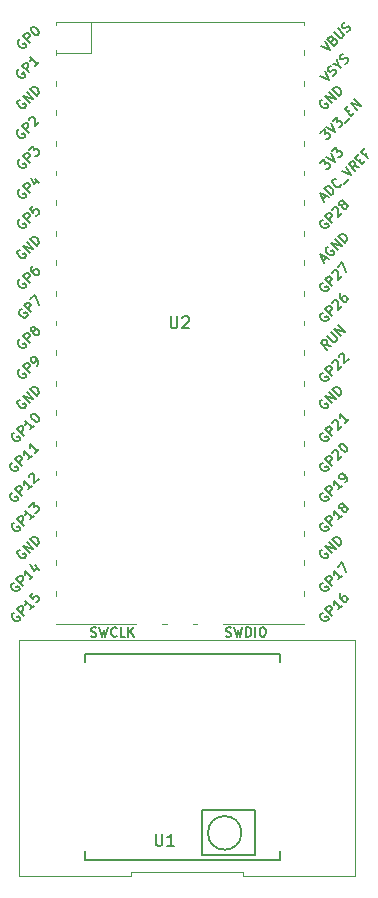
<source format=gbr>
%TF.GenerationSoftware,KiCad,Pcbnew,6.0.2+dfsg-1*%
%TF.CreationDate,2022-09-03T15:09:50+02:00*%
%TF.ProjectId,LoRa_thing,4c6f5261-5f74-4686-996e-672e6b696361,rev?*%
%TF.SameCoordinates,Original*%
%TF.FileFunction,Legend,Top*%
%TF.FilePolarity,Positive*%
%FSLAX46Y46*%
G04 Gerber Fmt 4.6, Leading zero omitted, Abs format (unit mm)*
G04 Created by KiCad (PCBNEW 6.0.2+dfsg-1) date 2022-09-03 15:09:50*
%MOMM*%
%LPD*%
G01*
G04 APERTURE LIST*
%ADD10C,0.150000*%
%ADD11C,0.120000*%
G04 APERTURE END LIST*
D10*
X125879903Y-133350000D02*
G75*
G03*
X125879903Y-133350000I-1419903J0D01*
G01*
X127000000Y-135255000D02*
X122555000Y-135255000D01*
X122555000Y-135255000D02*
X122555000Y-131445000D01*
X122555000Y-131445000D02*
X127000000Y-131445000D01*
X127000000Y-131445000D02*
X127000000Y-135255000D01*
%TO.C,U2*%
X119888095Y-89622380D02*
X119888095Y-90431904D01*
X119935714Y-90527142D01*
X119983333Y-90574761D01*
X120078571Y-90622380D01*
X120269047Y-90622380D01*
X120364285Y-90574761D01*
X120411904Y-90527142D01*
X120459523Y-90431904D01*
X120459523Y-89622380D01*
X120888095Y-89717619D02*
X120935714Y-89670000D01*
X121030952Y-89622380D01*
X121269047Y-89622380D01*
X121364285Y-89670000D01*
X121411904Y-89717619D01*
X121459523Y-89812857D01*
X121459523Y-89908095D01*
X121411904Y-90050952D01*
X120840476Y-90622380D01*
X121459523Y-90622380D01*
X106493722Y-101990592D02*
X106412910Y-102017529D01*
X106332097Y-102098341D01*
X106278223Y-102206091D01*
X106278223Y-102313841D01*
X106305160Y-102394653D01*
X106385972Y-102529340D01*
X106466784Y-102610152D01*
X106601471Y-102690964D01*
X106682284Y-102717902D01*
X106790033Y-102717902D01*
X106897783Y-102664027D01*
X106951658Y-102610152D01*
X107005532Y-102502402D01*
X107005532Y-102448528D01*
X106816971Y-102259966D01*
X106709221Y-102367715D01*
X107301844Y-102259966D02*
X106736158Y-101694280D01*
X106951658Y-101478781D01*
X107032470Y-101451844D01*
X107086345Y-101451844D01*
X107167157Y-101478781D01*
X107247969Y-101559593D01*
X107274906Y-101640406D01*
X107274906Y-101694280D01*
X107247969Y-101775093D01*
X107032470Y-101990592D01*
X108163841Y-101397969D02*
X107840592Y-101721218D01*
X108002216Y-101559593D02*
X107436531Y-100993908D01*
X107463468Y-101128595D01*
X107463468Y-101236345D01*
X107436531Y-101317157D01*
X108702589Y-100859221D02*
X108379340Y-101182470D01*
X108540964Y-101020845D02*
X107975279Y-100455160D01*
X108002216Y-100589847D01*
X108002216Y-100697597D01*
X107975279Y-100778409D01*
X132801597Y-84910964D02*
X133070971Y-84641590D01*
X132909346Y-85126463D02*
X132532223Y-84372216D01*
X133286470Y-84749340D01*
X133232595Y-83725719D02*
X133151783Y-83752656D01*
X133070971Y-83833468D01*
X133017096Y-83941218D01*
X133017096Y-84048967D01*
X133044033Y-84129780D01*
X133124845Y-84264467D01*
X133205658Y-84345279D01*
X133340345Y-84426091D01*
X133421157Y-84453028D01*
X133528906Y-84453028D01*
X133636656Y-84399154D01*
X133690531Y-84345279D01*
X133744406Y-84237529D01*
X133744406Y-84183654D01*
X133555844Y-83995093D01*
X133448094Y-84102842D01*
X134040717Y-83995093D02*
X133475032Y-83429407D01*
X134363966Y-83671844D01*
X133798280Y-83106158D01*
X134633340Y-83402470D02*
X134067654Y-82836784D01*
X134202341Y-82702097D01*
X134310091Y-82648223D01*
X134417841Y-82648223D01*
X134498653Y-82675160D01*
X134633340Y-82755972D01*
X134714152Y-82836784D01*
X134794964Y-82971471D01*
X134821902Y-83052284D01*
X134821902Y-83160033D01*
X134768027Y-83267783D01*
X134633340Y-83402470D01*
X132736158Y-109368155D02*
X132655346Y-109395093D01*
X132574534Y-109475905D01*
X132520659Y-109583654D01*
X132520659Y-109691404D01*
X132547597Y-109772216D01*
X132628409Y-109906903D01*
X132709221Y-109987715D01*
X132843908Y-110068528D01*
X132924720Y-110095465D01*
X133032470Y-110095465D01*
X133140219Y-110041590D01*
X133194094Y-109987715D01*
X133247969Y-109879966D01*
X133247969Y-109826091D01*
X133059407Y-109637529D01*
X132951658Y-109745279D01*
X133544280Y-109637529D02*
X132978595Y-109071844D01*
X133867529Y-109314280D01*
X133301844Y-108748595D01*
X134136903Y-109044906D02*
X133571218Y-108479221D01*
X133705905Y-108344534D01*
X133813654Y-108290659D01*
X133921404Y-108290659D01*
X134002216Y-108317597D01*
X134136903Y-108398409D01*
X134217715Y-108479221D01*
X134298528Y-108613908D01*
X134325465Y-108694720D01*
X134325465Y-108802470D01*
X134271590Y-108910219D01*
X134136903Y-109044906D01*
X132603129Y-66697309D02*
X133357377Y-67074433D01*
X132980253Y-66320186D01*
X133626751Y-66212436D02*
X133734500Y-66158561D01*
X133788375Y-66158561D01*
X133869187Y-66185499D01*
X133949999Y-66266311D01*
X133976937Y-66347123D01*
X133976937Y-66400998D01*
X133950000Y-66481810D01*
X133734500Y-66697309D01*
X133168815Y-66131624D01*
X133357377Y-65943062D01*
X133438189Y-65916125D01*
X133492064Y-65916125D01*
X133572876Y-65943062D01*
X133626751Y-65996937D01*
X133653688Y-66077749D01*
X133653688Y-66131624D01*
X133626751Y-66212436D01*
X133438189Y-66400998D01*
X133734500Y-65565938D02*
X134192436Y-66023874D01*
X134273248Y-66050812D01*
X134327123Y-66050812D01*
X134407935Y-66023874D01*
X134515685Y-65916125D01*
X134542622Y-65835312D01*
X134542622Y-65781438D01*
X134515685Y-65700625D01*
X134057749Y-65242690D01*
X134838934Y-65539001D02*
X134946683Y-65485126D01*
X135081370Y-65350439D01*
X135108308Y-65269627D01*
X135108308Y-65215752D01*
X135081370Y-65134940D01*
X135027496Y-65081065D01*
X134946683Y-65054128D01*
X134892809Y-65054128D01*
X134811996Y-65081065D01*
X134677309Y-65161877D01*
X134596497Y-65188815D01*
X134542622Y-65188815D01*
X134461810Y-65161877D01*
X134407935Y-65108003D01*
X134380998Y-65027190D01*
X134380998Y-64973316D01*
X134407935Y-64892503D01*
X134542622Y-64757816D01*
X134650372Y-64703942D01*
X132736158Y-71268155D02*
X132655346Y-71295093D01*
X132574534Y-71375905D01*
X132520659Y-71483654D01*
X132520659Y-71591404D01*
X132547597Y-71672216D01*
X132628409Y-71806903D01*
X132709221Y-71887715D01*
X132843908Y-71968528D01*
X132924720Y-71995465D01*
X133032470Y-71995465D01*
X133140219Y-71941590D01*
X133194094Y-71887715D01*
X133247969Y-71779966D01*
X133247969Y-71726091D01*
X133059407Y-71537529D01*
X132951658Y-71645279D01*
X133544280Y-71537529D02*
X132978595Y-70971844D01*
X133867529Y-71214280D01*
X133301844Y-70648595D01*
X134136903Y-70944906D02*
X133571218Y-70379221D01*
X133705905Y-70244534D01*
X133813654Y-70190659D01*
X133921404Y-70190659D01*
X134002216Y-70217597D01*
X134136903Y-70298409D01*
X134217715Y-70379221D01*
X134298528Y-70513908D01*
X134325465Y-70594720D01*
X134325465Y-70702470D01*
X134271590Y-70810219D01*
X134136903Y-70944906D01*
X106639722Y-107070592D02*
X106558910Y-107097529D01*
X106478097Y-107178341D01*
X106424223Y-107286091D01*
X106424223Y-107393841D01*
X106451160Y-107474653D01*
X106531972Y-107609340D01*
X106612784Y-107690152D01*
X106747471Y-107770964D01*
X106828284Y-107797902D01*
X106936033Y-107797902D01*
X107043783Y-107744027D01*
X107097658Y-107690152D01*
X107151532Y-107582402D01*
X107151532Y-107528528D01*
X106962971Y-107339966D01*
X106855221Y-107447715D01*
X107447844Y-107339966D02*
X106882158Y-106774280D01*
X107097658Y-106558781D01*
X107178470Y-106531844D01*
X107232345Y-106531844D01*
X107313157Y-106558781D01*
X107393969Y-106639593D01*
X107420906Y-106720406D01*
X107420906Y-106774280D01*
X107393969Y-106855093D01*
X107178470Y-107070592D01*
X108309841Y-106477969D02*
X107986592Y-106801218D01*
X108148216Y-106639593D02*
X107582531Y-106073908D01*
X107609468Y-106208595D01*
X107609468Y-106316345D01*
X107582531Y-106397157D01*
X107932717Y-105723722D02*
X108282903Y-105373536D01*
X108309841Y-105777597D01*
X108390653Y-105696784D01*
X108471465Y-105669847D01*
X108525340Y-105669847D01*
X108606152Y-105696784D01*
X108740839Y-105831471D01*
X108767776Y-105912284D01*
X108767776Y-105966158D01*
X108740839Y-106046971D01*
X108579215Y-106208595D01*
X108498402Y-106235532D01*
X108444528Y-106235532D01*
X132804788Y-79703773D02*
X133074162Y-79434399D01*
X132912537Y-79919272D02*
X132535414Y-79165025D01*
X133289661Y-79542149D01*
X133478223Y-79353587D02*
X132912537Y-78787902D01*
X133047224Y-78653215D01*
X133154974Y-78599340D01*
X133262723Y-78599340D01*
X133343536Y-78626277D01*
X133478223Y-78707089D01*
X133559035Y-78787902D01*
X133639847Y-78922589D01*
X133666784Y-79003401D01*
X133666784Y-79111150D01*
X133612910Y-79218900D01*
X133478223Y-79353587D01*
X134313282Y-78410778D02*
X134313282Y-78464653D01*
X134259407Y-78572402D01*
X134205532Y-78626277D01*
X134097783Y-78680152D01*
X133990033Y-78680152D01*
X133909221Y-78653215D01*
X133774534Y-78572402D01*
X133693722Y-78491590D01*
X133612910Y-78356903D01*
X133585972Y-78276091D01*
X133585972Y-78168341D01*
X133639847Y-78060592D01*
X133693722Y-78006717D01*
X133801471Y-77952842D01*
X133855346Y-77952842D01*
X134528781Y-78410778D02*
X134959780Y-77979780D01*
X134394094Y-77306345D02*
X135148341Y-77683468D01*
X134771218Y-76929221D01*
X135848714Y-76983096D02*
X135390778Y-76902284D01*
X135525465Y-77306345D02*
X134959780Y-76740659D01*
X135175279Y-76525160D01*
X135256091Y-76498223D01*
X135309966Y-76498223D01*
X135390778Y-76525160D01*
X135471590Y-76605972D01*
X135498528Y-76686784D01*
X135498528Y-76740659D01*
X135471590Y-76821471D01*
X135256091Y-77036971D01*
X135794839Y-76444348D02*
X135983401Y-76255786D01*
X136360524Y-76471285D02*
X136091150Y-76740659D01*
X135525465Y-76174974D01*
X135794839Y-75905600D01*
X136495211Y-75743975D02*
X136306650Y-75932537D01*
X136602961Y-76228849D02*
X136037276Y-75663163D01*
X136306650Y-75393789D01*
X107163096Y-78861218D02*
X107082284Y-78888155D01*
X107001471Y-78968967D01*
X106947597Y-79076717D01*
X106947597Y-79184467D01*
X106974534Y-79265279D01*
X107055346Y-79399966D01*
X107136158Y-79480778D01*
X107270845Y-79561590D01*
X107351658Y-79588528D01*
X107459407Y-79588528D01*
X107567157Y-79534653D01*
X107621032Y-79480778D01*
X107674906Y-79373028D01*
X107674906Y-79319154D01*
X107486345Y-79130592D01*
X107378595Y-79238341D01*
X107971218Y-79130592D02*
X107405532Y-78564906D01*
X107621032Y-78349407D01*
X107701844Y-78322470D01*
X107755719Y-78322470D01*
X107836531Y-78349407D01*
X107917343Y-78430219D01*
X107944280Y-78511032D01*
X107944280Y-78564906D01*
X107917343Y-78645719D01*
X107701844Y-78861218D01*
X108402216Y-77945346D02*
X108779340Y-78322470D01*
X108052030Y-77864534D02*
X108321404Y-78403282D01*
X108671590Y-78053096D01*
X107263096Y-88991218D02*
X107182284Y-89018155D01*
X107101471Y-89098967D01*
X107047597Y-89206717D01*
X107047597Y-89314467D01*
X107074534Y-89395279D01*
X107155346Y-89529966D01*
X107236158Y-89610778D01*
X107370845Y-89691590D01*
X107451658Y-89718528D01*
X107559407Y-89718528D01*
X107667157Y-89664653D01*
X107721032Y-89610778D01*
X107774906Y-89503028D01*
X107774906Y-89449154D01*
X107586345Y-89260592D01*
X107478595Y-89368341D01*
X108071218Y-89260592D02*
X107505532Y-88694906D01*
X107721032Y-88479407D01*
X107801844Y-88452470D01*
X107855719Y-88452470D01*
X107936531Y-88479407D01*
X108017343Y-88560219D01*
X108044280Y-88641032D01*
X108044280Y-88694906D01*
X108017343Y-88775719D01*
X107801844Y-88991218D01*
X108017343Y-88183096D02*
X108394467Y-87805972D01*
X108717715Y-88614094D01*
X106639722Y-114690592D02*
X106558910Y-114717529D01*
X106478097Y-114798341D01*
X106424223Y-114906091D01*
X106424223Y-115013841D01*
X106451160Y-115094653D01*
X106531972Y-115229340D01*
X106612784Y-115310152D01*
X106747471Y-115390964D01*
X106828284Y-115417902D01*
X106936033Y-115417902D01*
X107043783Y-115364027D01*
X107097658Y-115310152D01*
X107151532Y-115202402D01*
X107151532Y-115148528D01*
X106962971Y-114959966D01*
X106855221Y-115067715D01*
X107447844Y-114959966D02*
X106882158Y-114394280D01*
X107097658Y-114178781D01*
X107178470Y-114151844D01*
X107232345Y-114151844D01*
X107313157Y-114178781D01*
X107393969Y-114259593D01*
X107420906Y-114340406D01*
X107420906Y-114394280D01*
X107393969Y-114475093D01*
X107178470Y-114690592D01*
X108309841Y-114097969D02*
X107986592Y-114421218D01*
X108148216Y-114259593D02*
X107582531Y-113693908D01*
X107609468Y-113828595D01*
X107609468Y-113936345D01*
X107582531Y-114017157D01*
X108255966Y-113020473D02*
X107986592Y-113289847D01*
X108229028Y-113586158D01*
X108229028Y-113532284D01*
X108255966Y-113451471D01*
X108390653Y-113316784D01*
X108471465Y-113289847D01*
X108525340Y-113289847D01*
X108606152Y-113316784D01*
X108740839Y-113451471D01*
X108767776Y-113532284D01*
X108767776Y-113586158D01*
X108740839Y-113666971D01*
X108606152Y-113801658D01*
X108525340Y-113828595D01*
X108471465Y-113828595D01*
X132747722Y-112150592D02*
X132666910Y-112177529D01*
X132586097Y-112258341D01*
X132532223Y-112366091D01*
X132532223Y-112473841D01*
X132559160Y-112554653D01*
X132639972Y-112689340D01*
X132720784Y-112770152D01*
X132855471Y-112850964D01*
X132936284Y-112877902D01*
X133044033Y-112877902D01*
X133151783Y-112824027D01*
X133205658Y-112770152D01*
X133259532Y-112662402D01*
X133259532Y-112608528D01*
X133070971Y-112419966D01*
X132963221Y-112527715D01*
X133555844Y-112419966D02*
X132990158Y-111854280D01*
X133205658Y-111638781D01*
X133286470Y-111611844D01*
X133340345Y-111611844D01*
X133421157Y-111638781D01*
X133501969Y-111719593D01*
X133528906Y-111800406D01*
X133528906Y-111854280D01*
X133501969Y-111935093D01*
X133286470Y-112150592D01*
X134417841Y-111557969D02*
X134094592Y-111881218D01*
X134256216Y-111719593D02*
X133690531Y-111153908D01*
X133717468Y-111288595D01*
X133717468Y-111396345D01*
X133690531Y-111477157D01*
X134040717Y-110803722D02*
X134417841Y-110426598D01*
X134741089Y-111234720D01*
X132747722Y-89290592D02*
X132666910Y-89317529D01*
X132586097Y-89398341D01*
X132532223Y-89506091D01*
X132532223Y-89613841D01*
X132559160Y-89694653D01*
X132639972Y-89829340D01*
X132720784Y-89910152D01*
X132855471Y-89990964D01*
X132936284Y-90017902D01*
X133044033Y-90017902D01*
X133151783Y-89964027D01*
X133205658Y-89910152D01*
X133259532Y-89802402D01*
X133259532Y-89748528D01*
X133070971Y-89559966D01*
X132963221Y-89667715D01*
X133555844Y-89559966D02*
X132990158Y-88994280D01*
X133205658Y-88778781D01*
X133286470Y-88751844D01*
X133340345Y-88751844D01*
X133421157Y-88778781D01*
X133501969Y-88859593D01*
X133528906Y-88940406D01*
X133528906Y-88994280D01*
X133501969Y-89075093D01*
X133286470Y-89290592D01*
X133582781Y-88509407D02*
X133582781Y-88455532D01*
X133609719Y-88374720D01*
X133744406Y-88240033D01*
X133825218Y-88213096D01*
X133879093Y-88213096D01*
X133959905Y-88240033D01*
X134013780Y-88293908D01*
X134067654Y-88401658D01*
X134067654Y-89048155D01*
X134417841Y-88697969D01*
X134337028Y-87647410D02*
X134229279Y-87755160D01*
X134202341Y-87835972D01*
X134202341Y-87889847D01*
X134229279Y-88024534D01*
X134310091Y-88159221D01*
X134525590Y-88374720D01*
X134606402Y-88401658D01*
X134660277Y-88401658D01*
X134741089Y-88374720D01*
X134848839Y-88266971D01*
X134875776Y-88186158D01*
X134875776Y-88132284D01*
X134848839Y-88051471D01*
X134714152Y-87916784D01*
X134633340Y-87889847D01*
X134579465Y-87889847D01*
X134498653Y-87916784D01*
X134390903Y-88024534D01*
X134363966Y-88105346D01*
X134363966Y-88159221D01*
X134390903Y-88240033D01*
X113140476Y-116693809D02*
X113254761Y-116731904D01*
X113445238Y-116731904D01*
X113521428Y-116693809D01*
X113559523Y-116655714D01*
X113597619Y-116579523D01*
X113597619Y-116503333D01*
X113559523Y-116427142D01*
X113521428Y-116389047D01*
X113445238Y-116350952D01*
X113292857Y-116312857D01*
X113216666Y-116274761D01*
X113178571Y-116236666D01*
X113140476Y-116160476D01*
X113140476Y-116084285D01*
X113178571Y-116008095D01*
X113216666Y-115970000D01*
X113292857Y-115931904D01*
X113483333Y-115931904D01*
X113597619Y-115970000D01*
X113864285Y-115931904D02*
X114054761Y-116731904D01*
X114207142Y-116160476D01*
X114359523Y-116731904D01*
X114550000Y-115931904D01*
X115311904Y-116655714D02*
X115273809Y-116693809D01*
X115159523Y-116731904D01*
X115083333Y-116731904D01*
X114969047Y-116693809D01*
X114892857Y-116617619D01*
X114854761Y-116541428D01*
X114816666Y-116389047D01*
X114816666Y-116274761D01*
X114854761Y-116122380D01*
X114892857Y-116046190D01*
X114969047Y-115970000D01*
X115083333Y-115931904D01*
X115159523Y-115931904D01*
X115273809Y-115970000D01*
X115311904Y-116008095D01*
X116035714Y-116731904D02*
X115654761Y-116731904D01*
X115654761Y-115931904D01*
X116302380Y-116731904D02*
X116302380Y-115931904D01*
X116759523Y-116731904D02*
X116416666Y-116274761D01*
X116759523Y-115931904D02*
X116302380Y-116389047D01*
X132572131Y-74128308D02*
X132922317Y-73778122D01*
X132949255Y-74182183D01*
X133030067Y-74101370D01*
X133110879Y-74074433D01*
X133164754Y-74074433D01*
X133245566Y-74101370D01*
X133380253Y-74236057D01*
X133407190Y-74316870D01*
X133407190Y-74370744D01*
X133380253Y-74451557D01*
X133218629Y-74613181D01*
X133137816Y-74640118D01*
X133083942Y-74640118D01*
X133083942Y-73616497D02*
X133838189Y-73993621D01*
X133461065Y-73239374D01*
X133595752Y-73104687D02*
X133945938Y-72754500D01*
X133972876Y-73158561D01*
X134053688Y-73077749D01*
X134134500Y-73050812D01*
X134188375Y-73050812D01*
X134269187Y-73077749D01*
X134403874Y-73212436D01*
X134430812Y-73293248D01*
X134430812Y-73347123D01*
X134403874Y-73427935D01*
X134242250Y-73589560D01*
X134161438Y-73616497D01*
X134107563Y-73616497D01*
X134673248Y-73266311D02*
X135104247Y-72835312D01*
X134888748Y-72350439D02*
X135077309Y-72161877D01*
X135454433Y-72377377D02*
X135185059Y-72646751D01*
X134619374Y-72081065D01*
X134888748Y-71811691D01*
X135696870Y-72134940D02*
X135131184Y-71569255D01*
X136020118Y-71811691D01*
X135454433Y-71246006D01*
X132539847Y-76660592D02*
X132890033Y-76310406D01*
X132916971Y-76714467D01*
X132997783Y-76633654D01*
X133078595Y-76606717D01*
X133132470Y-76606717D01*
X133213282Y-76633654D01*
X133347969Y-76768341D01*
X133374906Y-76849154D01*
X133374906Y-76903028D01*
X133347969Y-76983841D01*
X133186345Y-77145465D01*
X133105532Y-77172402D01*
X133051658Y-77172402D01*
X133051658Y-76148781D02*
X133805905Y-76525905D01*
X133428781Y-75771658D01*
X133563468Y-75636971D02*
X133913654Y-75286784D01*
X133940592Y-75690845D01*
X134021404Y-75610033D01*
X134102216Y-75583096D01*
X134156091Y-75583096D01*
X134236903Y-75610033D01*
X134371590Y-75744720D01*
X134398528Y-75825532D01*
X134398528Y-75879407D01*
X134371590Y-75960219D01*
X134209966Y-76121844D01*
X134129154Y-76148781D01*
X134075279Y-76148781D01*
X107163096Y-91561218D02*
X107082284Y-91588155D01*
X107001471Y-91668967D01*
X106947597Y-91776717D01*
X106947597Y-91884467D01*
X106974534Y-91965279D01*
X107055346Y-92099966D01*
X107136158Y-92180778D01*
X107270845Y-92261590D01*
X107351658Y-92288528D01*
X107459407Y-92288528D01*
X107567157Y-92234653D01*
X107621032Y-92180778D01*
X107674906Y-92073028D01*
X107674906Y-92019154D01*
X107486345Y-91830592D01*
X107378595Y-91938341D01*
X107971218Y-91830592D02*
X107405532Y-91264906D01*
X107621032Y-91049407D01*
X107701844Y-91022470D01*
X107755719Y-91022470D01*
X107836531Y-91049407D01*
X107917343Y-91130219D01*
X107944280Y-91211032D01*
X107944280Y-91264906D01*
X107917343Y-91345719D01*
X107701844Y-91561218D01*
X108294467Y-90860845D02*
X108213654Y-90887783D01*
X108159780Y-90887783D01*
X108078967Y-90860845D01*
X108052030Y-90833908D01*
X108025093Y-90753096D01*
X108025093Y-90699221D01*
X108052030Y-90618409D01*
X108159780Y-90510659D01*
X108240592Y-90483722D01*
X108294467Y-90483722D01*
X108375279Y-90510659D01*
X108402216Y-90537597D01*
X108429154Y-90618409D01*
X108429154Y-90672284D01*
X108402216Y-90753096D01*
X108294467Y-90860845D01*
X108267529Y-90941658D01*
X108267529Y-90995532D01*
X108294467Y-91076345D01*
X108402216Y-91184094D01*
X108483028Y-91211032D01*
X108536903Y-91211032D01*
X108617715Y-91184094D01*
X108725465Y-91076345D01*
X108752402Y-90995532D01*
X108752402Y-90941658D01*
X108725465Y-90860845D01*
X108617715Y-90753096D01*
X108536903Y-90726158D01*
X108483028Y-90726158D01*
X108402216Y-90753096D01*
X132747722Y-114690592D02*
X132666910Y-114717529D01*
X132586097Y-114798341D01*
X132532223Y-114906091D01*
X132532223Y-115013841D01*
X132559160Y-115094653D01*
X132639972Y-115229340D01*
X132720784Y-115310152D01*
X132855471Y-115390964D01*
X132936284Y-115417902D01*
X133044033Y-115417902D01*
X133151783Y-115364027D01*
X133205658Y-115310152D01*
X133259532Y-115202402D01*
X133259532Y-115148528D01*
X133070971Y-114959966D01*
X132963221Y-115067715D01*
X133555844Y-114959966D02*
X132990158Y-114394280D01*
X133205658Y-114178781D01*
X133286470Y-114151844D01*
X133340345Y-114151844D01*
X133421157Y-114178781D01*
X133501969Y-114259593D01*
X133528906Y-114340406D01*
X133528906Y-114394280D01*
X133501969Y-114475093D01*
X133286470Y-114690592D01*
X134417841Y-114097969D02*
X134094592Y-114421218D01*
X134256216Y-114259593D02*
X133690531Y-113693908D01*
X133717468Y-113828595D01*
X133717468Y-113936345D01*
X133690531Y-114017157D01*
X134337028Y-113047410D02*
X134229279Y-113155160D01*
X134202341Y-113235972D01*
X134202341Y-113289847D01*
X134229279Y-113424534D01*
X134310091Y-113559221D01*
X134525590Y-113774720D01*
X134606402Y-113801658D01*
X134660277Y-113801658D01*
X134741089Y-113774720D01*
X134848839Y-113666971D01*
X134875776Y-113586158D01*
X134875776Y-113532284D01*
X134848839Y-113451471D01*
X134714152Y-113316784D01*
X134633340Y-113289847D01*
X134579465Y-113289847D01*
X134498653Y-113316784D01*
X134390903Y-113424534D01*
X134363966Y-113505346D01*
X134363966Y-113559221D01*
X134390903Y-113640033D01*
X132736158Y-96668155D02*
X132655346Y-96695093D01*
X132574534Y-96775905D01*
X132520659Y-96883654D01*
X132520659Y-96991404D01*
X132547597Y-97072216D01*
X132628409Y-97206903D01*
X132709221Y-97287715D01*
X132843908Y-97368528D01*
X132924720Y-97395465D01*
X133032470Y-97395465D01*
X133140219Y-97341590D01*
X133194094Y-97287715D01*
X133247969Y-97179966D01*
X133247969Y-97126091D01*
X133059407Y-96937529D01*
X132951658Y-97045279D01*
X133544280Y-96937529D02*
X132978595Y-96371844D01*
X133867529Y-96614280D01*
X133301844Y-96048595D01*
X134136903Y-96344906D02*
X133571218Y-95779221D01*
X133705905Y-95644534D01*
X133813654Y-95590659D01*
X133921404Y-95590659D01*
X134002216Y-95617597D01*
X134136903Y-95698409D01*
X134217715Y-95779221D01*
X134298528Y-95913908D01*
X134325465Y-95994720D01*
X134325465Y-96102470D01*
X134271590Y-96210219D01*
X134136903Y-96344906D01*
X107136158Y-83968155D02*
X107055346Y-83995093D01*
X106974534Y-84075905D01*
X106920659Y-84183654D01*
X106920659Y-84291404D01*
X106947597Y-84372216D01*
X107028409Y-84506903D01*
X107109221Y-84587715D01*
X107243908Y-84668528D01*
X107324720Y-84695465D01*
X107432470Y-84695465D01*
X107540219Y-84641590D01*
X107594094Y-84587715D01*
X107647969Y-84479966D01*
X107647969Y-84426091D01*
X107459407Y-84237529D01*
X107351658Y-84345279D01*
X107944280Y-84237529D02*
X107378595Y-83671844D01*
X108267529Y-83914280D01*
X107701844Y-83348595D01*
X108536903Y-83644906D02*
X107971218Y-83079221D01*
X108105905Y-82944534D01*
X108213654Y-82890659D01*
X108321404Y-82890659D01*
X108402216Y-82917597D01*
X108536903Y-82998409D01*
X108617715Y-83079221D01*
X108698528Y-83213908D01*
X108725465Y-83294720D01*
X108725465Y-83402470D01*
X108671590Y-83510219D01*
X108536903Y-83644906D01*
X132747722Y-81416592D02*
X132666910Y-81443529D01*
X132586097Y-81524341D01*
X132532223Y-81632091D01*
X132532223Y-81739841D01*
X132559160Y-81820653D01*
X132639972Y-81955340D01*
X132720784Y-82036152D01*
X132855471Y-82116964D01*
X132936284Y-82143902D01*
X133044033Y-82143902D01*
X133151783Y-82090027D01*
X133205658Y-82036152D01*
X133259532Y-81928402D01*
X133259532Y-81874528D01*
X133070971Y-81685966D01*
X132963221Y-81793715D01*
X133555844Y-81685966D02*
X132990158Y-81120280D01*
X133205658Y-80904781D01*
X133286470Y-80877844D01*
X133340345Y-80877844D01*
X133421157Y-80904781D01*
X133501969Y-80985593D01*
X133528906Y-81066406D01*
X133528906Y-81120280D01*
X133501969Y-81201093D01*
X133286470Y-81416592D01*
X133582781Y-80635407D02*
X133582781Y-80581532D01*
X133609719Y-80500720D01*
X133744406Y-80366033D01*
X133825218Y-80339096D01*
X133879093Y-80339096D01*
X133959905Y-80366033D01*
X134013780Y-80419908D01*
X134067654Y-80527658D01*
X134067654Y-81174155D01*
X134417841Y-80823969D01*
X134417841Y-80177471D02*
X134337028Y-80204409D01*
X134283154Y-80204409D01*
X134202341Y-80177471D01*
X134175404Y-80150534D01*
X134148467Y-80069722D01*
X134148467Y-80015847D01*
X134175404Y-79935035D01*
X134283154Y-79827285D01*
X134363966Y-79800348D01*
X134417841Y-79800348D01*
X134498653Y-79827285D01*
X134525590Y-79854223D01*
X134552528Y-79935035D01*
X134552528Y-79988910D01*
X134525590Y-80069722D01*
X134417841Y-80177471D01*
X134390903Y-80258284D01*
X134390903Y-80312158D01*
X134417841Y-80392971D01*
X134525590Y-80500720D01*
X134606402Y-80527658D01*
X134660277Y-80527658D01*
X134741089Y-80500720D01*
X134848839Y-80392971D01*
X134875776Y-80312158D01*
X134875776Y-80258284D01*
X134848839Y-80177471D01*
X134741089Y-80069722D01*
X134660277Y-80042784D01*
X134606402Y-80042784D01*
X134525590Y-80069722D01*
X107163096Y-94101218D02*
X107082284Y-94128155D01*
X107001471Y-94208967D01*
X106947597Y-94316717D01*
X106947597Y-94424467D01*
X106974534Y-94505279D01*
X107055346Y-94639966D01*
X107136158Y-94720778D01*
X107270845Y-94801590D01*
X107351658Y-94828528D01*
X107459407Y-94828528D01*
X107567157Y-94774653D01*
X107621032Y-94720778D01*
X107674906Y-94613028D01*
X107674906Y-94559154D01*
X107486345Y-94370592D01*
X107378595Y-94478341D01*
X107971218Y-94370592D02*
X107405532Y-93804906D01*
X107621032Y-93589407D01*
X107701844Y-93562470D01*
X107755719Y-93562470D01*
X107836531Y-93589407D01*
X107917343Y-93670219D01*
X107944280Y-93751032D01*
X107944280Y-93804906D01*
X107917343Y-93885719D01*
X107701844Y-94101218D01*
X108563841Y-93777969D02*
X108671590Y-93670219D01*
X108698528Y-93589407D01*
X108698528Y-93535532D01*
X108671590Y-93400845D01*
X108590778Y-93266158D01*
X108375279Y-93050659D01*
X108294467Y-93023722D01*
X108240592Y-93023722D01*
X108159780Y-93050659D01*
X108052030Y-93158409D01*
X108025093Y-93239221D01*
X108025093Y-93293096D01*
X108052030Y-93373908D01*
X108186717Y-93508595D01*
X108267529Y-93535532D01*
X108321404Y-93535532D01*
X108402216Y-93508595D01*
X108509966Y-93400845D01*
X108536903Y-93320033D01*
X108536903Y-93266158D01*
X108509966Y-93185346D01*
X124554761Y-116693809D02*
X124669047Y-116731904D01*
X124859523Y-116731904D01*
X124935714Y-116693809D01*
X124973809Y-116655714D01*
X125011904Y-116579523D01*
X125011904Y-116503333D01*
X124973809Y-116427142D01*
X124935714Y-116389047D01*
X124859523Y-116350952D01*
X124707142Y-116312857D01*
X124630952Y-116274761D01*
X124592857Y-116236666D01*
X124554761Y-116160476D01*
X124554761Y-116084285D01*
X124592857Y-116008095D01*
X124630952Y-115970000D01*
X124707142Y-115931904D01*
X124897619Y-115931904D01*
X125011904Y-115970000D01*
X125278571Y-115931904D02*
X125469047Y-116731904D01*
X125621428Y-116160476D01*
X125773809Y-116731904D01*
X125964285Y-115931904D01*
X126269047Y-116731904D02*
X126269047Y-115931904D01*
X126459523Y-115931904D01*
X126573809Y-115970000D01*
X126650000Y-116046190D01*
X126688095Y-116122380D01*
X126726190Y-116274761D01*
X126726190Y-116389047D01*
X126688095Y-116541428D01*
X126650000Y-116617619D01*
X126573809Y-116693809D01*
X126459523Y-116731904D01*
X126269047Y-116731904D01*
X127069047Y-116731904D02*
X127069047Y-115931904D01*
X127602380Y-115931904D02*
X127754761Y-115931904D01*
X127830952Y-115970000D01*
X127907142Y-116046190D01*
X127945238Y-116198571D01*
X127945238Y-116465238D01*
X127907142Y-116617619D01*
X127830952Y-116693809D01*
X127754761Y-116731904D01*
X127602380Y-116731904D01*
X127526190Y-116693809D01*
X127450000Y-116617619D01*
X127411904Y-116465238D01*
X127411904Y-116198571D01*
X127450000Y-116046190D01*
X127526190Y-115970000D01*
X127602380Y-115931904D01*
X107163096Y-81401218D02*
X107082284Y-81428155D01*
X107001471Y-81508967D01*
X106947597Y-81616717D01*
X106947597Y-81724467D01*
X106974534Y-81805279D01*
X107055346Y-81939966D01*
X107136158Y-82020778D01*
X107270845Y-82101590D01*
X107351658Y-82128528D01*
X107459407Y-82128528D01*
X107567157Y-82074653D01*
X107621032Y-82020778D01*
X107674906Y-81913028D01*
X107674906Y-81859154D01*
X107486345Y-81670592D01*
X107378595Y-81778341D01*
X107971218Y-81670592D02*
X107405532Y-81104906D01*
X107621032Y-80889407D01*
X107701844Y-80862470D01*
X107755719Y-80862470D01*
X107836531Y-80889407D01*
X107917343Y-80970219D01*
X107944280Y-81051032D01*
X107944280Y-81104906D01*
X107917343Y-81185719D01*
X107701844Y-81401218D01*
X108240592Y-80269847D02*
X107971218Y-80539221D01*
X108213654Y-80835532D01*
X108213654Y-80781658D01*
X108240592Y-80700845D01*
X108375279Y-80566158D01*
X108456091Y-80539221D01*
X108509966Y-80539221D01*
X108590778Y-80566158D01*
X108725465Y-80700845D01*
X108752402Y-80781658D01*
X108752402Y-80835532D01*
X108725465Y-80916345D01*
X108590778Y-81051032D01*
X108509966Y-81077969D01*
X108456091Y-81077969D01*
X107163096Y-66161218D02*
X107082284Y-66188155D01*
X107001471Y-66268967D01*
X106947597Y-66376717D01*
X106947597Y-66484467D01*
X106974534Y-66565279D01*
X107055346Y-66699966D01*
X107136158Y-66780778D01*
X107270845Y-66861590D01*
X107351658Y-66888528D01*
X107459407Y-66888528D01*
X107567157Y-66834653D01*
X107621032Y-66780778D01*
X107674906Y-66673028D01*
X107674906Y-66619154D01*
X107486345Y-66430592D01*
X107378595Y-66538341D01*
X107971218Y-66430592D02*
X107405532Y-65864906D01*
X107621032Y-65649407D01*
X107701844Y-65622470D01*
X107755719Y-65622470D01*
X107836531Y-65649407D01*
X107917343Y-65730219D01*
X107944280Y-65811032D01*
X107944280Y-65864906D01*
X107917343Y-65945719D01*
X107701844Y-66161218D01*
X108078967Y-65191471D02*
X108132842Y-65137597D01*
X108213654Y-65110659D01*
X108267529Y-65110659D01*
X108348341Y-65137597D01*
X108483028Y-65218409D01*
X108617715Y-65353096D01*
X108698528Y-65487783D01*
X108725465Y-65568595D01*
X108725465Y-65622470D01*
X108698528Y-65703282D01*
X108644653Y-65757157D01*
X108563841Y-65784094D01*
X108509966Y-65784094D01*
X108429154Y-65757157D01*
X108294467Y-65676345D01*
X108159780Y-65541658D01*
X108078967Y-65406971D01*
X108052030Y-65326158D01*
X108052030Y-65272284D01*
X108078967Y-65191471D01*
X107163096Y-76321218D02*
X107082284Y-76348155D01*
X107001471Y-76428967D01*
X106947597Y-76536717D01*
X106947597Y-76644467D01*
X106974534Y-76725279D01*
X107055346Y-76859966D01*
X107136158Y-76940778D01*
X107270845Y-77021590D01*
X107351658Y-77048528D01*
X107459407Y-77048528D01*
X107567157Y-76994653D01*
X107621032Y-76940778D01*
X107674906Y-76833028D01*
X107674906Y-76779154D01*
X107486345Y-76590592D01*
X107378595Y-76698341D01*
X107971218Y-76590592D02*
X107405532Y-76024906D01*
X107621032Y-75809407D01*
X107701844Y-75782470D01*
X107755719Y-75782470D01*
X107836531Y-75809407D01*
X107917343Y-75890219D01*
X107944280Y-75971032D01*
X107944280Y-76024906D01*
X107917343Y-76105719D01*
X107701844Y-76321218D01*
X107917343Y-75513096D02*
X108267529Y-75162910D01*
X108294467Y-75566971D01*
X108375279Y-75486158D01*
X108456091Y-75459221D01*
X108509966Y-75459221D01*
X108590778Y-75486158D01*
X108725465Y-75620845D01*
X108752402Y-75701658D01*
X108752402Y-75755532D01*
X108725465Y-75836345D01*
X108563841Y-75997969D01*
X108483028Y-76024906D01*
X108429154Y-76024906D01*
X107136158Y-109368155D02*
X107055346Y-109395093D01*
X106974534Y-109475905D01*
X106920659Y-109583654D01*
X106920659Y-109691404D01*
X106947597Y-109772216D01*
X107028409Y-109906903D01*
X107109221Y-109987715D01*
X107243908Y-110068528D01*
X107324720Y-110095465D01*
X107432470Y-110095465D01*
X107540219Y-110041590D01*
X107594094Y-109987715D01*
X107647969Y-109879966D01*
X107647969Y-109826091D01*
X107459407Y-109637529D01*
X107351658Y-109745279D01*
X107944280Y-109637529D02*
X107378595Y-109071844D01*
X108267529Y-109314280D01*
X107701844Y-108748595D01*
X108536903Y-109044906D02*
X107971218Y-108479221D01*
X108105905Y-108344534D01*
X108213654Y-108290659D01*
X108321404Y-108290659D01*
X108402216Y-108317597D01*
X108536903Y-108398409D01*
X108617715Y-108479221D01*
X108698528Y-108613908D01*
X108725465Y-108694720D01*
X108725465Y-108802470D01*
X108671590Y-108910219D01*
X108536903Y-109044906D01*
X107136158Y-71268155D02*
X107055346Y-71295093D01*
X106974534Y-71375905D01*
X106920659Y-71483654D01*
X106920659Y-71591404D01*
X106947597Y-71672216D01*
X107028409Y-71806903D01*
X107109221Y-71887715D01*
X107243908Y-71968528D01*
X107324720Y-71995465D01*
X107432470Y-71995465D01*
X107540219Y-71941590D01*
X107594094Y-71887715D01*
X107647969Y-71779966D01*
X107647969Y-71726091D01*
X107459407Y-71537529D01*
X107351658Y-71645279D01*
X107944280Y-71537529D02*
X107378595Y-70971844D01*
X108267529Y-71214280D01*
X107701844Y-70648595D01*
X108536903Y-70944906D02*
X107971218Y-70379221D01*
X108105905Y-70244534D01*
X108213654Y-70190659D01*
X108321404Y-70190659D01*
X108402216Y-70217597D01*
X108536903Y-70298409D01*
X108617715Y-70379221D01*
X108698528Y-70513908D01*
X108725465Y-70594720D01*
X108725465Y-70702470D01*
X108671590Y-70810219D01*
X108536903Y-70944906D01*
X132747722Y-101990592D02*
X132666910Y-102017529D01*
X132586097Y-102098341D01*
X132532223Y-102206091D01*
X132532223Y-102313841D01*
X132559160Y-102394653D01*
X132639972Y-102529340D01*
X132720784Y-102610152D01*
X132855471Y-102690964D01*
X132936284Y-102717902D01*
X133044033Y-102717902D01*
X133151783Y-102664027D01*
X133205658Y-102610152D01*
X133259532Y-102502402D01*
X133259532Y-102448528D01*
X133070971Y-102259966D01*
X132963221Y-102367715D01*
X133555844Y-102259966D02*
X132990158Y-101694280D01*
X133205658Y-101478781D01*
X133286470Y-101451844D01*
X133340345Y-101451844D01*
X133421157Y-101478781D01*
X133501969Y-101559593D01*
X133528906Y-101640406D01*
X133528906Y-101694280D01*
X133501969Y-101775093D01*
X133286470Y-101990592D01*
X133582781Y-101209407D02*
X133582781Y-101155532D01*
X133609719Y-101074720D01*
X133744406Y-100940033D01*
X133825218Y-100913096D01*
X133879093Y-100913096D01*
X133959905Y-100940033D01*
X134013780Y-100993908D01*
X134067654Y-101101658D01*
X134067654Y-101748155D01*
X134417841Y-101397969D01*
X134202341Y-100482097D02*
X134256216Y-100428223D01*
X134337028Y-100401285D01*
X134390903Y-100401285D01*
X134471715Y-100428223D01*
X134606402Y-100509035D01*
X134741089Y-100643722D01*
X134821902Y-100778409D01*
X134848839Y-100859221D01*
X134848839Y-100913096D01*
X134821902Y-100993908D01*
X134768027Y-101047783D01*
X134687215Y-101074720D01*
X134633340Y-101074720D01*
X134552528Y-101047783D01*
X134417841Y-100966971D01*
X134283154Y-100832284D01*
X134202341Y-100697597D01*
X134175404Y-100616784D01*
X134175404Y-100562910D01*
X134202341Y-100482097D01*
X132747722Y-104530592D02*
X132666910Y-104557529D01*
X132586097Y-104638341D01*
X132532223Y-104746091D01*
X132532223Y-104853841D01*
X132559160Y-104934653D01*
X132639972Y-105069340D01*
X132720784Y-105150152D01*
X132855471Y-105230964D01*
X132936284Y-105257902D01*
X133044033Y-105257902D01*
X133151783Y-105204027D01*
X133205658Y-105150152D01*
X133259532Y-105042402D01*
X133259532Y-104988528D01*
X133070971Y-104799966D01*
X132963221Y-104907715D01*
X133555844Y-104799966D02*
X132990158Y-104234280D01*
X133205658Y-104018781D01*
X133286470Y-103991844D01*
X133340345Y-103991844D01*
X133421157Y-104018781D01*
X133501969Y-104099593D01*
X133528906Y-104180406D01*
X133528906Y-104234280D01*
X133501969Y-104315093D01*
X133286470Y-104530592D01*
X134417841Y-103937969D02*
X134094592Y-104261218D01*
X134256216Y-104099593D02*
X133690531Y-103533908D01*
X133717468Y-103668595D01*
X133717468Y-103776345D01*
X133690531Y-103857157D01*
X134687215Y-103668595D02*
X134794964Y-103560845D01*
X134821902Y-103480033D01*
X134821902Y-103426158D01*
X134794964Y-103291471D01*
X134714152Y-103156784D01*
X134498653Y-102941285D01*
X134417841Y-102914348D01*
X134363966Y-102914348D01*
X134283154Y-102941285D01*
X134175404Y-103049035D01*
X134148467Y-103129847D01*
X134148467Y-103183722D01*
X134175404Y-103264534D01*
X134310091Y-103399221D01*
X134390903Y-103426158D01*
X134444778Y-103426158D01*
X134525590Y-103399221D01*
X134633340Y-103291471D01*
X134660277Y-103210659D01*
X134660277Y-103156784D01*
X134633340Y-103075972D01*
X107063096Y-73781218D02*
X106982284Y-73808155D01*
X106901471Y-73888967D01*
X106847597Y-73996717D01*
X106847597Y-74104467D01*
X106874534Y-74185279D01*
X106955346Y-74319966D01*
X107036158Y-74400778D01*
X107170845Y-74481590D01*
X107251658Y-74508528D01*
X107359407Y-74508528D01*
X107467157Y-74454653D01*
X107521032Y-74400778D01*
X107574906Y-74293028D01*
X107574906Y-74239154D01*
X107386345Y-74050592D01*
X107278595Y-74158341D01*
X107871218Y-74050592D02*
X107305532Y-73484906D01*
X107521032Y-73269407D01*
X107601844Y-73242470D01*
X107655719Y-73242470D01*
X107736531Y-73269407D01*
X107817343Y-73350219D01*
X107844280Y-73431032D01*
X107844280Y-73484906D01*
X107817343Y-73565719D01*
X107601844Y-73781218D01*
X107898155Y-73000033D02*
X107898155Y-72946158D01*
X107925093Y-72865346D01*
X108059780Y-72730659D01*
X108140592Y-72703722D01*
X108194467Y-72703722D01*
X108275279Y-72730659D01*
X108329154Y-72784534D01*
X108383028Y-72892284D01*
X108383028Y-73538781D01*
X108733215Y-73188595D01*
X132747722Y-107070592D02*
X132666910Y-107097529D01*
X132586097Y-107178341D01*
X132532223Y-107286091D01*
X132532223Y-107393841D01*
X132559160Y-107474653D01*
X132639972Y-107609340D01*
X132720784Y-107690152D01*
X132855471Y-107770964D01*
X132936284Y-107797902D01*
X133044033Y-107797902D01*
X133151783Y-107744027D01*
X133205658Y-107690152D01*
X133259532Y-107582402D01*
X133259532Y-107528528D01*
X133070971Y-107339966D01*
X132963221Y-107447715D01*
X133555844Y-107339966D02*
X132990158Y-106774280D01*
X133205658Y-106558781D01*
X133286470Y-106531844D01*
X133340345Y-106531844D01*
X133421157Y-106558781D01*
X133501969Y-106639593D01*
X133528906Y-106720406D01*
X133528906Y-106774280D01*
X133501969Y-106855093D01*
X133286470Y-107070592D01*
X134417841Y-106477969D02*
X134094592Y-106801218D01*
X134256216Y-106639593D02*
X133690531Y-106073908D01*
X133717468Y-106208595D01*
X133717468Y-106316345D01*
X133690531Y-106397157D01*
X134417841Y-105831471D02*
X134337028Y-105858409D01*
X134283154Y-105858409D01*
X134202341Y-105831471D01*
X134175404Y-105804534D01*
X134148467Y-105723722D01*
X134148467Y-105669847D01*
X134175404Y-105589035D01*
X134283154Y-105481285D01*
X134363966Y-105454348D01*
X134417841Y-105454348D01*
X134498653Y-105481285D01*
X134525590Y-105508223D01*
X134552528Y-105589035D01*
X134552528Y-105642910D01*
X134525590Y-105723722D01*
X134417841Y-105831471D01*
X134390903Y-105912284D01*
X134390903Y-105966158D01*
X134417841Y-106046971D01*
X134525590Y-106154720D01*
X134606402Y-106181658D01*
X134660277Y-106181658D01*
X134741089Y-106154720D01*
X134848839Y-106046971D01*
X134875776Y-105966158D01*
X134875776Y-105912284D01*
X134848839Y-105831471D01*
X134741089Y-105723722D01*
X134660277Y-105696784D01*
X134606402Y-105696784D01*
X134525590Y-105723722D01*
X107163096Y-86481218D02*
X107082284Y-86508155D01*
X107001471Y-86588967D01*
X106947597Y-86696717D01*
X106947597Y-86804467D01*
X106974534Y-86885279D01*
X107055346Y-87019966D01*
X107136158Y-87100778D01*
X107270845Y-87181590D01*
X107351658Y-87208528D01*
X107459407Y-87208528D01*
X107567157Y-87154653D01*
X107621032Y-87100778D01*
X107674906Y-86993028D01*
X107674906Y-86939154D01*
X107486345Y-86750592D01*
X107378595Y-86858341D01*
X107971218Y-86750592D02*
X107405532Y-86184906D01*
X107621032Y-85969407D01*
X107701844Y-85942470D01*
X107755719Y-85942470D01*
X107836531Y-85969407D01*
X107917343Y-86050219D01*
X107944280Y-86131032D01*
X107944280Y-86184906D01*
X107917343Y-86265719D01*
X107701844Y-86481218D01*
X108213654Y-85376784D02*
X108105905Y-85484534D01*
X108078967Y-85565346D01*
X108078967Y-85619221D01*
X108105905Y-85753908D01*
X108186717Y-85888595D01*
X108402216Y-86104094D01*
X108483028Y-86131032D01*
X108536903Y-86131032D01*
X108617715Y-86104094D01*
X108725465Y-85996345D01*
X108752402Y-85915532D01*
X108752402Y-85861658D01*
X108725465Y-85780845D01*
X108590778Y-85646158D01*
X108509966Y-85619221D01*
X108456091Y-85619221D01*
X108375279Y-85646158D01*
X108267529Y-85753908D01*
X108240592Y-85834720D01*
X108240592Y-85888595D01*
X108267529Y-85969407D01*
X132747722Y-99460592D02*
X132666910Y-99487529D01*
X132586097Y-99568341D01*
X132532223Y-99676091D01*
X132532223Y-99783841D01*
X132559160Y-99864653D01*
X132639972Y-99999340D01*
X132720784Y-100080152D01*
X132855471Y-100160964D01*
X132936284Y-100187902D01*
X133044033Y-100187902D01*
X133151783Y-100134027D01*
X133205658Y-100080152D01*
X133259532Y-99972402D01*
X133259532Y-99918528D01*
X133070971Y-99729966D01*
X132963221Y-99837715D01*
X133555844Y-99729966D02*
X132990158Y-99164280D01*
X133205658Y-98948781D01*
X133286470Y-98921844D01*
X133340345Y-98921844D01*
X133421157Y-98948781D01*
X133501969Y-99029593D01*
X133528906Y-99110406D01*
X133528906Y-99164280D01*
X133501969Y-99245093D01*
X133286470Y-99460592D01*
X133582781Y-98679407D02*
X133582781Y-98625532D01*
X133609719Y-98544720D01*
X133744406Y-98410033D01*
X133825218Y-98383096D01*
X133879093Y-98383096D01*
X133959905Y-98410033D01*
X134013780Y-98463908D01*
X134067654Y-98571658D01*
X134067654Y-99218155D01*
X134417841Y-98867969D01*
X134956589Y-98329221D02*
X134633340Y-98652470D01*
X134794964Y-98490845D02*
X134229279Y-97925160D01*
X134256216Y-98059847D01*
X134256216Y-98167597D01*
X134229279Y-98248409D01*
X132747722Y-94370592D02*
X132666910Y-94397529D01*
X132586097Y-94478341D01*
X132532223Y-94586091D01*
X132532223Y-94693841D01*
X132559160Y-94774653D01*
X132639972Y-94909340D01*
X132720784Y-94990152D01*
X132855471Y-95070964D01*
X132936284Y-95097902D01*
X133044033Y-95097902D01*
X133151783Y-95044027D01*
X133205658Y-94990152D01*
X133259532Y-94882402D01*
X133259532Y-94828528D01*
X133070971Y-94639966D01*
X132963221Y-94747715D01*
X133555844Y-94639966D02*
X132990158Y-94074280D01*
X133205658Y-93858781D01*
X133286470Y-93831844D01*
X133340345Y-93831844D01*
X133421157Y-93858781D01*
X133501969Y-93939593D01*
X133528906Y-94020406D01*
X133528906Y-94074280D01*
X133501969Y-94155093D01*
X133286470Y-94370592D01*
X133582781Y-93589407D02*
X133582781Y-93535532D01*
X133609719Y-93454720D01*
X133744406Y-93320033D01*
X133825218Y-93293096D01*
X133879093Y-93293096D01*
X133959905Y-93320033D01*
X134013780Y-93373908D01*
X134067654Y-93481658D01*
X134067654Y-94128155D01*
X134417841Y-93777969D01*
X134121529Y-93050659D02*
X134121529Y-92996784D01*
X134148467Y-92915972D01*
X134283154Y-92781285D01*
X134363966Y-92754348D01*
X134417841Y-92754348D01*
X134498653Y-92781285D01*
X134552528Y-92835160D01*
X134606402Y-92942910D01*
X134606402Y-93589407D01*
X134956589Y-93239221D01*
X107136158Y-96668155D02*
X107055346Y-96695093D01*
X106974534Y-96775905D01*
X106920659Y-96883654D01*
X106920659Y-96991404D01*
X106947597Y-97072216D01*
X107028409Y-97206903D01*
X107109221Y-97287715D01*
X107243908Y-97368528D01*
X107324720Y-97395465D01*
X107432470Y-97395465D01*
X107540219Y-97341590D01*
X107594094Y-97287715D01*
X107647969Y-97179966D01*
X107647969Y-97126091D01*
X107459407Y-96937529D01*
X107351658Y-97045279D01*
X107944280Y-96937529D02*
X107378595Y-96371844D01*
X108267529Y-96614280D01*
X107701844Y-96048595D01*
X108536903Y-96344906D02*
X107971218Y-95779221D01*
X108105905Y-95644534D01*
X108213654Y-95590659D01*
X108321404Y-95590659D01*
X108402216Y-95617597D01*
X108536903Y-95698409D01*
X108617715Y-95779221D01*
X108698528Y-95913908D01*
X108725465Y-95994720D01*
X108725465Y-96102470D01*
X108671590Y-96210219D01*
X108536903Y-96344906D01*
X106593722Y-112150592D02*
X106512910Y-112177529D01*
X106432097Y-112258341D01*
X106378223Y-112366091D01*
X106378223Y-112473841D01*
X106405160Y-112554653D01*
X106485972Y-112689340D01*
X106566784Y-112770152D01*
X106701471Y-112850964D01*
X106782284Y-112877902D01*
X106890033Y-112877902D01*
X106997783Y-112824027D01*
X107051658Y-112770152D01*
X107105532Y-112662402D01*
X107105532Y-112608528D01*
X106916971Y-112419966D01*
X106809221Y-112527715D01*
X107401844Y-112419966D02*
X106836158Y-111854280D01*
X107051658Y-111638781D01*
X107132470Y-111611844D01*
X107186345Y-111611844D01*
X107267157Y-111638781D01*
X107347969Y-111719593D01*
X107374906Y-111800406D01*
X107374906Y-111854280D01*
X107347969Y-111935093D01*
X107132470Y-112150592D01*
X108263841Y-111557969D02*
X107940592Y-111881218D01*
X108102216Y-111719593D02*
X107536531Y-111153908D01*
X107563468Y-111288595D01*
X107563468Y-111396345D01*
X107536531Y-111477157D01*
X108371590Y-110695972D02*
X108748714Y-111073096D01*
X108021404Y-110615160D02*
X108290778Y-111153908D01*
X108640964Y-110803722D01*
X132570473Y-69239966D02*
X133324720Y-69617089D01*
X132947597Y-68862842D01*
X133647969Y-69239966D02*
X133755719Y-69186091D01*
X133890406Y-69051404D01*
X133917343Y-68970592D01*
X133917343Y-68916717D01*
X133890406Y-68835905D01*
X133836531Y-68782030D01*
X133755719Y-68755093D01*
X133701844Y-68755093D01*
X133621032Y-68782030D01*
X133486345Y-68862842D01*
X133405532Y-68889780D01*
X133351658Y-68889780D01*
X133270845Y-68862842D01*
X133216971Y-68808967D01*
X133190033Y-68728155D01*
X133190033Y-68674280D01*
X133216971Y-68593468D01*
X133351658Y-68458781D01*
X133459407Y-68404906D01*
X134078967Y-68324094D02*
X134348341Y-68593468D01*
X133594094Y-68216345D02*
X134078967Y-68324094D01*
X133971218Y-67839221D01*
X134671590Y-68216345D02*
X134779340Y-68162470D01*
X134914027Y-68027783D01*
X134940964Y-67946971D01*
X134940964Y-67893096D01*
X134914027Y-67812284D01*
X134860152Y-67758409D01*
X134779340Y-67731471D01*
X134725465Y-67731471D01*
X134644653Y-67758409D01*
X134509966Y-67839221D01*
X134429154Y-67866158D01*
X134375279Y-67866158D01*
X134294467Y-67839221D01*
X134240592Y-67785346D01*
X134213654Y-67704534D01*
X134213654Y-67650659D01*
X134240592Y-67569847D01*
X134375279Y-67435160D01*
X134483028Y-67381285D01*
X106493722Y-104530592D02*
X106412910Y-104557529D01*
X106332097Y-104638341D01*
X106278223Y-104746091D01*
X106278223Y-104853841D01*
X106305160Y-104934653D01*
X106385972Y-105069340D01*
X106466784Y-105150152D01*
X106601471Y-105230964D01*
X106682284Y-105257902D01*
X106790033Y-105257902D01*
X106897783Y-105204027D01*
X106951658Y-105150152D01*
X107005532Y-105042402D01*
X107005532Y-104988528D01*
X106816971Y-104799966D01*
X106709221Y-104907715D01*
X107301844Y-104799966D02*
X106736158Y-104234280D01*
X106951658Y-104018781D01*
X107032470Y-103991844D01*
X107086345Y-103991844D01*
X107167157Y-104018781D01*
X107247969Y-104099593D01*
X107274906Y-104180406D01*
X107274906Y-104234280D01*
X107247969Y-104315093D01*
X107032470Y-104530592D01*
X108163841Y-103937969D02*
X107840592Y-104261218D01*
X108002216Y-104099593D02*
X107436531Y-103533908D01*
X107463468Y-103668595D01*
X107463468Y-103776345D01*
X107436531Y-103857157D01*
X107867529Y-103210659D02*
X107867529Y-103156784D01*
X107894467Y-103075972D01*
X108029154Y-102941285D01*
X108109966Y-102914348D01*
X108163841Y-102914348D01*
X108244653Y-102941285D01*
X108298528Y-102995160D01*
X108352402Y-103102910D01*
X108352402Y-103749407D01*
X108702589Y-103399221D01*
X107063096Y-68691218D02*
X106982284Y-68718155D01*
X106901471Y-68798967D01*
X106847597Y-68906717D01*
X106847597Y-69014467D01*
X106874534Y-69095279D01*
X106955346Y-69229966D01*
X107036158Y-69310778D01*
X107170845Y-69391590D01*
X107251658Y-69418528D01*
X107359407Y-69418528D01*
X107467157Y-69364653D01*
X107521032Y-69310778D01*
X107574906Y-69203028D01*
X107574906Y-69149154D01*
X107386345Y-68960592D01*
X107278595Y-69068341D01*
X107871218Y-68960592D02*
X107305532Y-68394906D01*
X107521032Y-68179407D01*
X107601844Y-68152470D01*
X107655719Y-68152470D01*
X107736531Y-68179407D01*
X107817343Y-68260219D01*
X107844280Y-68341032D01*
X107844280Y-68394906D01*
X107817343Y-68475719D01*
X107601844Y-68691218D01*
X108733215Y-68098595D02*
X108409966Y-68421844D01*
X108571590Y-68260219D02*
X108005905Y-67694534D01*
X108032842Y-67829221D01*
X108032842Y-67936971D01*
X108005905Y-68017783D01*
X106639722Y-99450592D02*
X106558910Y-99477529D01*
X106478097Y-99558341D01*
X106424223Y-99666091D01*
X106424223Y-99773841D01*
X106451160Y-99854653D01*
X106531972Y-99989340D01*
X106612784Y-100070152D01*
X106747471Y-100150964D01*
X106828284Y-100177902D01*
X106936033Y-100177902D01*
X107043783Y-100124027D01*
X107097658Y-100070152D01*
X107151532Y-99962402D01*
X107151532Y-99908528D01*
X106962971Y-99719966D01*
X106855221Y-99827715D01*
X107447844Y-99719966D02*
X106882158Y-99154280D01*
X107097658Y-98938781D01*
X107178470Y-98911844D01*
X107232345Y-98911844D01*
X107313157Y-98938781D01*
X107393969Y-99019593D01*
X107420906Y-99100406D01*
X107420906Y-99154280D01*
X107393969Y-99235093D01*
X107178470Y-99450592D01*
X108309841Y-98857969D02*
X107986592Y-99181218D01*
X108148216Y-99019593D02*
X107582531Y-98453908D01*
X107609468Y-98588595D01*
X107609468Y-98696345D01*
X107582531Y-98777157D01*
X108094341Y-97942097D02*
X108148216Y-97888223D01*
X108229028Y-97861285D01*
X108282903Y-97861285D01*
X108363715Y-97888223D01*
X108498402Y-97969035D01*
X108633089Y-98103722D01*
X108713902Y-98238409D01*
X108740839Y-98319221D01*
X108740839Y-98373096D01*
X108713902Y-98453908D01*
X108660027Y-98507783D01*
X108579215Y-98534720D01*
X108525340Y-98534720D01*
X108444528Y-98507783D01*
X108309841Y-98426971D01*
X108175154Y-98292284D01*
X108094341Y-98157597D01*
X108067404Y-98076784D01*
X108067404Y-98022910D01*
X108094341Y-97942097D01*
X133488375Y-92113435D02*
X133030439Y-92032622D01*
X133165126Y-92436683D02*
X132599441Y-91870998D01*
X132814940Y-91655499D01*
X132895752Y-91628561D01*
X132949627Y-91628561D01*
X133030439Y-91655499D01*
X133111251Y-91736311D01*
X133138189Y-91817123D01*
X133138189Y-91870998D01*
X133111251Y-91951810D01*
X132895752Y-92167309D01*
X133165126Y-91305312D02*
X133623062Y-91763248D01*
X133703874Y-91790186D01*
X133757749Y-91790186D01*
X133838561Y-91763248D01*
X133946311Y-91655499D01*
X133973248Y-91574687D01*
X133973248Y-91520812D01*
X133946311Y-91440000D01*
X133488375Y-90982064D01*
X134323435Y-91278375D02*
X133757749Y-90712690D01*
X134646683Y-90955126D01*
X134080998Y-90389441D01*
X132747722Y-86760592D02*
X132666910Y-86787529D01*
X132586097Y-86868341D01*
X132532223Y-86976091D01*
X132532223Y-87083841D01*
X132559160Y-87164653D01*
X132639972Y-87299340D01*
X132720784Y-87380152D01*
X132855471Y-87460964D01*
X132936284Y-87487902D01*
X133044033Y-87487902D01*
X133151783Y-87434027D01*
X133205658Y-87380152D01*
X133259532Y-87272402D01*
X133259532Y-87218528D01*
X133070971Y-87029966D01*
X132963221Y-87137715D01*
X133555844Y-87029966D02*
X132990158Y-86464280D01*
X133205658Y-86248781D01*
X133286470Y-86221844D01*
X133340345Y-86221844D01*
X133421157Y-86248781D01*
X133501969Y-86329593D01*
X133528906Y-86410406D01*
X133528906Y-86464280D01*
X133501969Y-86545093D01*
X133286470Y-86760592D01*
X133582781Y-85979407D02*
X133582781Y-85925532D01*
X133609719Y-85844720D01*
X133744406Y-85710033D01*
X133825218Y-85683096D01*
X133879093Y-85683096D01*
X133959905Y-85710033D01*
X134013780Y-85763908D01*
X134067654Y-85871658D01*
X134067654Y-86518155D01*
X134417841Y-86167969D01*
X134040717Y-85413722D02*
X134417841Y-85036598D01*
X134741089Y-85844720D01*
%TO.C,U1*%
X118618095Y-133437380D02*
X118618095Y-134246904D01*
X118665714Y-134342142D01*
X118713333Y-134389761D01*
X118808571Y-134437380D01*
X118999047Y-134437380D01*
X119094285Y-134389761D01*
X119141904Y-134342142D01*
X119189523Y-134246904D01*
X119189523Y-133437380D01*
X120189523Y-134437380D02*
X119618095Y-134437380D01*
X119903809Y-134437380D02*
X119903809Y-133437380D01*
X119808571Y-133580238D01*
X119713333Y-133675476D01*
X119618095Y-133723095D01*
D11*
%TO.C,U2*%
X131150000Y-95070000D02*
X131150000Y-95470000D01*
X110150000Y-67070000D02*
X110150000Y-67470000D01*
X110150000Y-69670000D02*
X110150000Y-70070000D01*
X131150000Y-100170000D02*
X131150000Y-100570000D01*
X116950000Y-115670000D02*
X110150000Y-115670000D01*
X131150000Y-89970000D02*
X131150000Y-90370000D01*
X131150000Y-112870000D02*
X131150000Y-113270000D01*
X131150000Y-67070000D02*
X131150000Y-67470000D01*
X113157000Y-67337000D02*
X113157000Y-64670000D01*
X131150000Y-84870000D02*
X131150000Y-85270000D01*
X110150000Y-64670000D02*
X131150000Y-64670000D01*
X110150000Y-110270000D02*
X110150000Y-110670000D01*
X110150000Y-87470000D02*
X110150000Y-87870000D01*
X110150000Y-112870000D02*
X110150000Y-113270000D01*
X110150000Y-74770000D02*
X110150000Y-75170000D01*
X110150000Y-84870000D02*
X110150000Y-85270000D01*
X131150000Y-87470000D02*
X131150000Y-87870000D01*
X131150000Y-115670000D02*
X124350000Y-115670000D01*
X131150000Y-74770000D02*
X131150000Y-75170000D01*
X110150000Y-97570000D02*
X110150000Y-97970000D01*
X110150000Y-67337000D02*
X113157000Y-67337000D01*
X110150000Y-82370000D02*
X110150000Y-82770000D01*
X110150000Y-95070000D02*
X110150000Y-95470000D01*
X119150000Y-115670000D02*
X119550000Y-115670000D01*
X110150000Y-77270000D02*
X110150000Y-77670000D01*
X131150000Y-69670000D02*
X131150000Y-70070000D01*
X110150000Y-105270000D02*
X110150000Y-105670000D01*
X121750000Y-115670000D02*
X122150000Y-115670000D01*
X131150000Y-77270000D02*
X131150000Y-77670000D01*
X110150000Y-100170000D02*
X110150000Y-100570000D01*
X131150000Y-92470000D02*
X131150000Y-92870000D01*
X110150000Y-79770000D02*
X110150000Y-80170000D01*
X110150000Y-89970000D02*
X110150000Y-90370000D01*
X110150000Y-107770000D02*
X110150000Y-108170000D01*
X110150000Y-102670000D02*
X110150000Y-103070000D01*
X131150000Y-97570000D02*
X131150000Y-97970000D01*
X131150000Y-79770000D02*
X131150000Y-80170000D01*
X131150000Y-107770000D02*
X131150000Y-108170000D01*
X131150000Y-82370000D02*
X131150000Y-82770000D01*
X110150000Y-64670000D02*
X110150000Y-64970000D01*
X131150000Y-110270000D02*
X131150000Y-110670000D01*
X131150000Y-102670000D02*
X131150000Y-103070000D01*
X131150000Y-72170000D02*
X131150000Y-72570000D01*
X110150000Y-92470000D02*
X110150000Y-92870000D01*
X131150000Y-64670000D02*
X131150000Y-64970000D01*
X110150000Y-72170000D02*
X110150000Y-72570000D01*
X131150000Y-105270000D02*
X131150000Y-105670000D01*
%TO.C,U1*%
X135485000Y-117010000D02*
X107085000Y-117010000D01*
X107085000Y-136990000D02*
X116551667Y-136990000D01*
D10*
X129155000Y-134920000D02*
X129155000Y-135670000D01*
D11*
X116551667Y-136990000D02*
X116551667Y-136630000D01*
D10*
X129155000Y-135670000D02*
X112655000Y-135670000D01*
X129155000Y-118170000D02*
X112655000Y-118170000D01*
X112655000Y-135670000D02*
X112655000Y-134920000D01*
D11*
X126018333Y-136630000D02*
X126018333Y-136990000D01*
X135485000Y-136990000D02*
X135485000Y-117010000D01*
D10*
X112655000Y-118170000D02*
X112655000Y-118920000D01*
D11*
X107085000Y-117010000D02*
X107085000Y-136990000D01*
D10*
X129155000Y-118920000D02*
X129155000Y-118170000D01*
D11*
X126018333Y-136990000D02*
X135485000Y-136990000D01*
X116551667Y-136630000D02*
X126018333Y-136630000D01*
%TD*%
M02*

</source>
